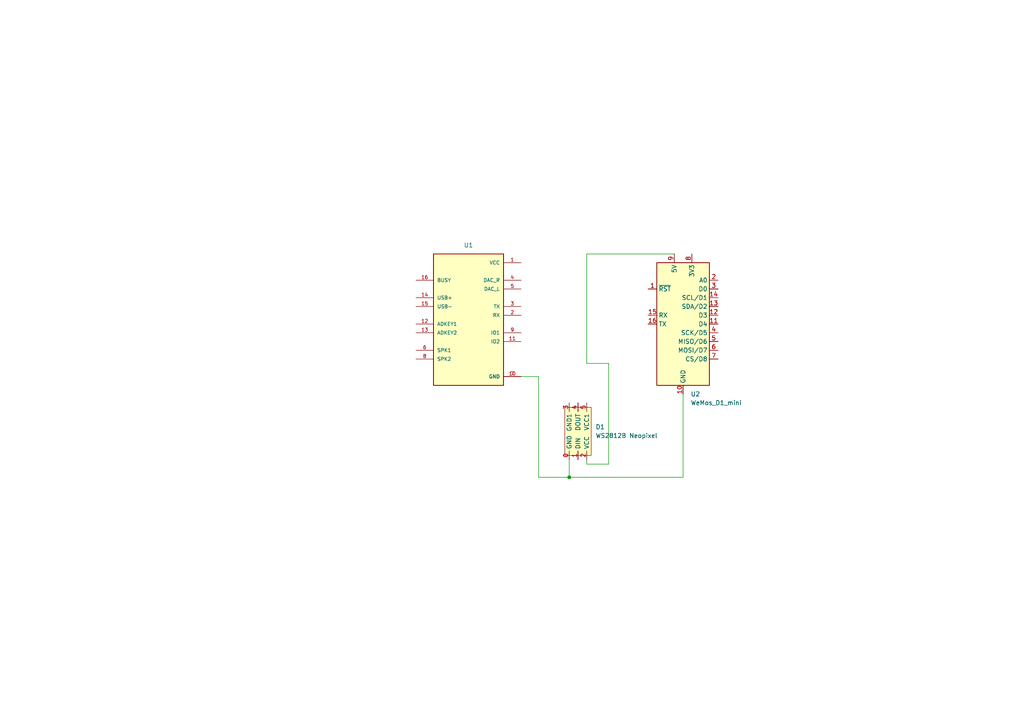
<source format=kicad_sch>
(kicad_sch (version 20230121) (generator eeschema)
  (paper "A4")
  (lib_symbols
    (symbol "GrenadeStuff:DF-Player_mini" (pin_names (offset 1.016))
      (property "Reference" "U" (at -10.16 18.542 0))
      (symbol "DF-Player_mini_0_0"
        (rectangle (start -10.16 -20.32) (end 10.16 17.78) (stroke (width 0.254)) (fill (type background)))
        (pin power_in line (at 15.24 15.24 180) (length 5.08) (name "VCC") (number "1"))
        (pin power_in line (at 15.24 -17.78 180) (length 5.08) (name "GND") (number "10"))
        (pin bidirectional line (at 15.24 -7.62 180) (length 5.08) (name "IO2") (number "11"))
        (pin input line (at -15.24 -2.54 0) (length 5.08) (name "ADKEY1") (number "12"))
        (pin input line (at -15.24 -5.08 0) (length 5.08) (name "ADKEY2") (number "13"))
        (pin input line (at -15.24 5.08 0) (length 5.08) (name "USB+") (number "14"))
        (pin input line (at -15.24 2.54 0) (length 5.08) (name "USB-") (number "15"))
        (pin input line (at -15.24 10.16 0) (length 5.08) (name "BUSY") (number "16"))
        (pin input line (at 15.24 0 180) (length 5.08) (name "RX") (number "2"))
        (pin output line (at 15.24 2.54 180) (length 5.08) (name "TX") (number "3"))
        (pin output line (at 15.24 10.16 180) (length 5.08) (name "DAC_R") (number "4"))
        (pin output line (at 15.24 7.62 180) (length 5.08) (name "DAC_L") (number "5"))
        (pin passive line (at -15.24 -10.16 0) (length 5.08) (name "SPK1") (number "6"))
        (pin power_in line (at 15.24 -17.78 180) (length 5.08) (name "GND") (number "7"))
        (pin passive line (at -15.24 -12.7 0) (length 5.08) (name "SPK2") (number "8"))
        (pin bidirectional line (at 15.24 -5.08 180) (length 5.08) (name "IO1") (number "9"))
      )
    )
    (symbol "GrenadeStuff:NeoPixelStrip"
      (property "Reference" "D" (at 0 0 0))
      (property "Value" "WS2812B Neopixel" (at 1.27 3.81 0))
      (symbol "NeoPixelStrip_1_1"
        (rectangle (start -3.81 11.43) (end 3.81 -2.54) (fill (type background)))
        (pin power_in line (at -2.54 -3.81 90) (length 2.54) (name "GND") (number "0"))
        (pin input line (at 0 -3.81 90) (length 2.54) (name "DIN") (number "1"))
        (pin power_in line (at 2.54 -3.81 90) (length 2.54) (name "VCC") (number "2"))
        (pin power_out line (at -2.54 12.7 270) (length 2.54) (name "GND1") (number "3"))
        (pin output line (at 0 12.7 270) (length 2.54) (name "DOUT") (number "4"))
        (pin power_out line (at 2.54 12.7 270) (length 2.54) (name "VCC1") (number "5"))
      )
    )
    (symbol "MCU_Module:WeMos_D1_mini"
      (property "Reference" "U" (at 3.81 19.05 0))
      (property "Value" "WeMos_D1_mini" (at 1.27 -19.05 0))
      (symbol "WeMos_D1_mini_1_1"
        (rectangle (start -7.62 17.78) (end 7.62 -17.78) (stroke (width 0.254)) (fill (type background)))
        (pin input line (at -10.16 10.16 0) (length 2.54) (name "~{RST}") (number "1"))
        (pin power_in line (at 0 -20.32 90) (length 2.54) (name "GND") (number "10"))
        (pin bidirectional line (at 10.16 0 180) (length 2.54) (name "D4") (number "11"))
        (pin bidirectional line (at 10.16 2.54 180) (length 2.54) (name "D3") (number "12"))
        (pin bidirectional line (at 10.16 5.08 180) (length 2.54) (name "SDA/D2") (number "13"))
        (pin bidirectional line (at 10.16 7.62 180) (length 2.54) (name "SCL/D1") (number "14"))
        (pin input line (at -10.16 2.54 0) (length 2.54) (name "RX") (number "15"))
        (pin output line (at -10.16 0 0) (length 2.54) (name "TX") (number "16"))
        (pin input line (at 10.16 12.7 180) (length 2.54) (name "A0") (number "2"))
        (pin bidirectional line (at 10.16 10.16 180) (length 2.54) (name "D0") (number "3"))
        (pin bidirectional line (at 10.16 -2.54 180) (length 2.54) (name "SCK/D5") (number "4"))
        (pin bidirectional line (at 10.16 -5.08 180) (length 2.54) (name "MISO/D6") (number "5"))
        (pin bidirectional line (at 10.16 -7.62 180) (length 2.54) (name "MOSI/D7") (number "6"))
        (pin bidirectional line (at 10.16 -10.16 180) (length 2.54) (name "CS/D8") (number "7"))
        (pin power_out line (at 2.54 20.32 270) (length 2.54) (name "3V3") (number "8"))
        (pin power_in line (at -2.54 20.32 270) (length 2.54) (name "5V") (number "9"))
      )
    )
  )
  (junction (at 165.1 138.43))
  (wire (pts (xy 198.12 138.43) (xy 198.12 114.3)))
  (wire (pts (xy 170.18 73.66) (xy 170.18 105.41)))
  (wire (pts (xy 176.53 105.41) (xy 176.53 134.62)))
  (wire (pts (xy 170.18 105.41) (xy 176.53 105.41)))
  (wire (pts (xy 170.18 73.66) (xy 195.58 73.66)))
  (wire (pts (xy 165.1 138.43) (xy 165.1 133.35)))
  (wire (pts (xy 151.13 109.22) (xy 156.21 109.22)))
  (wire (pts (xy 170.18 134.62) (xy 170.18 133.35)))
  (wire (pts (xy 156.21 109.22) (xy 156.21 138.43)))
  (wire (pts (xy 165.1 138.43) (xy 198.12 138.43)))
  (wire (pts (xy 156.21 138.43) (xy 165.1 138.43)))
  (wire (pts (xy 176.53 134.62) (xy 170.18 134.62)))
  (symbol (lib_id "GrenadeStuff:NeoPixelStrip") (at 167.64 129.54 0) (unit 1)
    (property "Reference" "D1" (at 172.72 123.825 0) (effects (justify left)))
    (property "Value" "WS2812B Neopixel" (at 172.72 126.365 0) (effects (justify left)))
    (property "Footprint" "Grenade_Stuff:NeoPixel_strip" (effects hide))
  )
  (symbol (lib_id "MCU_Module:WeMos_D1_mini") (at 198.12 93.98 0) (unit 1)
    (property "Reference" "U2" (at 200.3141 114.3 0) (effects (justify left)))
    (property "Value" "WeMos_D1_mini" (at 200.3141 116.84 0) (effects (justify left)))
    (property "Footprint" "Module:WEMOS_D1_mini_light" (effects hide))
    (property "Datasheet" "https://wiki.wemos.cc/products:d1:d1_mini#documentation" (effects hide))
  )
  (symbol (lib_id "GrenadeStuff:DF-Player_mini") (at 135.89 91.44 0) (unit 1)
    (property "Reference" "U1" (at 135.89 71.12 0))
    (property "Value" "DF-Player_mini" (effects hide))
    (property "Footprint" "Grenade_Stuff:DF-Player_mini" (effects hide))
    (property "MF" "DFRobot" (effects hide))
    (property "DESCRIPTION" "Dfplayer - a Mini Mp3 Player" (effects hide))
    (property "PACKAGE" "None" (effects hide))
    (property "PRICE" "None" (effects hide))
    (property "Package" "None" (effects hide))
    (property "Price" "None" (effects hide))
    (property "MP" "DFR0299" (effects hide))
    (property "Availability" "In Stock" (effects hide))
    (property "AVAILABILITY" "Unavailable" (effects hide))
    (property "Description" "\n- MP3 Player Audio Arduino Platform Evaluation Expansion Board\n" (effects hide))
  )
)
</source>
